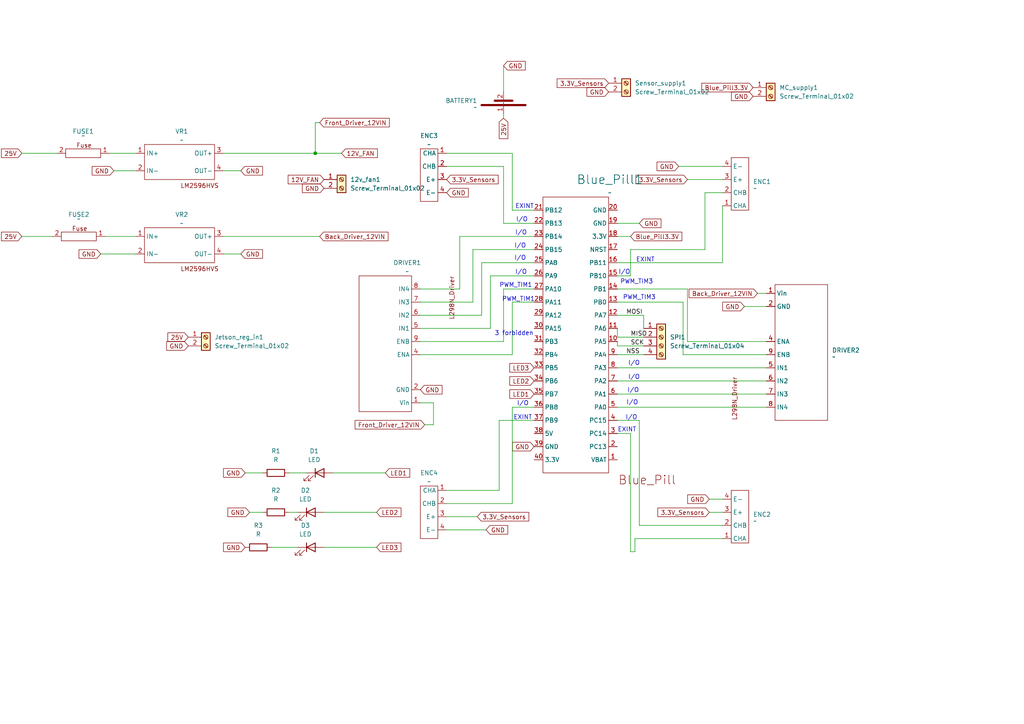
<source format=kicad_sch>
(kicad_sch (version 20231120) (generator "eeschema") (generator_version "8.0")
  (paper "A4")
  (lib_symbols
    (symbol "Connector:Screw_Terminal_01x02" (pin_names (offset 1.016) hide)
      (property "Reference" "J" (at 0 2.54 0))
      (property "Value" "Screw_Terminal_01x02" (at 0 -5.08 0))
      (symbol "Screw_Terminal_01x02_1_1"
        (rectangle (start -1.27 1.27) (end 1.27 -3.81) (stroke (width 0.254)) (fill (type background)))
        (circle (center 0 -2.54) (radius 0.635) (stroke (width 0.1524)))
        (polyline (pts (xy -0.5334 -2.2098) (xy 0.3302 -3.048)) (stroke (width 0.1524)))
        (polyline (pts (xy -0.5334 0.3302) (xy 0.3302 -0.508)) (stroke (width 0.1524)))
        (polyline (pts (xy -0.3556 -2.032) (xy 0.508 -2.8702)) (stroke (width 0.1524)))
        (polyline (pts (xy -0.3556 0.508) (xy 0.508 -0.3302)) (stroke (width 0.1524)))
        (circle (center 0 0) (radius 0.635) (stroke (width 0.1524)))
        (pin passive line (at -5.08 0 0) (length 3.81) (name "Pin_1") (number "1"))
        (pin passive line (at -5.08 -2.54 0) (length 3.81) (name "Pin_2") (number "2"))
      )
    )
    (symbol "Connector:Screw_Terminal_01x04" (pin_names (offset 1.016) hide)
      (property "Reference" "J" (at 0 5.08 0))
      (property "Value" "Screw_Terminal_01x04" (at 0 -7.62 0))
      (symbol "Screw_Terminal_01x04_1_1"
        (rectangle (start -1.27 3.81) (end 1.27 -6.35) (stroke (width 0.254)) (fill (type background)))
        (circle (center 0 -5.08) (radius 0.635) (stroke (width 0.1524)))
        (circle (center 0 -2.54) (radius 0.635) (stroke (width 0.1524)))
        (polyline (pts (xy -0.5334 -4.7498) (xy 0.3302 -5.588)) (stroke (width 0.1524)))
        (polyline (pts (xy -0.5334 -2.2098) (xy 0.3302 -3.048)) (stroke (width 0.1524)))
        (polyline (pts (xy -0.5334 0.3302) (xy 0.3302 -0.508)) (stroke (width 0.1524)))
        (polyline (pts (xy -0.5334 2.8702) (xy 0.3302 2.032)) (stroke (width 0.1524)))
        (polyline (pts (xy -0.3556 -4.572) (xy 0.508 -5.4102)) (stroke (width 0.1524)))
        (polyline (pts (xy -0.3556 -2.032) (xy 0.508 -2.8702)) (stroke (width 0.1524)))
        (polyline (pts (xy -0.3556 0.508) (xy 0.508 -0.3302)) (stroke (width 0.1524)))
        (polyline (pts (xy -0.3556 3.048) (xy 0.508 2.2098)) (stroke (width 0.1524)))
        (circle (center 0 0) (radius 0.635) (stroke (width 0.1524)))
        (circle (center 0 2.54) (radius 0.635) (stroke (width 0.1524)))
        (pin passive line (at -5.08 2.54 0) (length 3.81) (name "Pin_1") (number "1"))
        (pin passive line (at -5.08 0 0) (length 3.81) (name "Pin_2") (number "2"))
        (pin passive line (at -5.08 -2.54 0) (length 3.81) (name "Pin_3") (number "3"))
        (pin passive line (at -5.08 -5.08 0) (length 3.81) (name "Pin_4") (number "4"))
      )
    )
    (symbol "Device:LED" (pin_numbers hide) (pin_names (offset 1.016) hide)
      (property "Reference" "D" (at 0 2.54 0))
      (property "Value" "LED" (at 0 -2.54 0))
      (symbol "LED_0_1"
        (polyline (pts (xy -1.27 -1.27) (xy -1.27 1.27)) (stroke (width 0.254)))
        (polyline (pts (xy -1.27 0) (xy 1.27 0)))
        (polyline (pts (xy 1.27 -1.27) (xy 1.27 1.27) (xy -1.27 0) (xy 1.27 -1.27)) (stroke (width 0.254)))
        (polyline (pts (xy -3.048 -0.762) (xy -4.572 -2.286) (xy -3.81 -2.286) (xy -4.572 -2.286) (xy -4.572 -1.524)))
        (polyline (pts (xy -1.778 -0.762) (xy -3.302 -2.286) (xy -2.54 -2.286) (xy -3.302 -2.286) (xy -3.302 -1.524)))
      )
      (symbol "LED_1_1"
        (pin passive line (at -3.81 0 0) (length 2.54) (name "K") (number "1"))
        (pin passive line (at 3.81 0 180) (length 2.54) (name "A") (number "2"))
      )
    )
    (symbol "Device:R" (pin_numbers hide) (pin_names (offset 0))
      (property "Reference" "R" (at 2.032 0 90))
      (property "Value" "R" (at 0 0 90))
      (symbol "R_0_1"
        (rectangle (start -1.016 -2.54) (end 1.016 2.54) (stroke (width 0.254)))
      )
      (symbol "R_1_1"
        (pin passive line (at 0 3.81 270) (length 1.27) (name "~") (number "1"))
        (pin passive line (at 0 -3.81 90) (length 1.27) (name "~") (number "2"))
      )
    )
    (symbol "M4_library:Battery"
      (property "Reference" "U" (at -2.286 3.556 0))
      (symbol "Battery_1_1"
        (polyline (pts (xy -6.35 1.27) (xy 6.35 1.27)) (stroke (width 0.635)))
        (polyline (pts (xy 2.54 0) (xy -2.54 0)) (stroke (width 0.635)))
        (pin output line (at 0 3.81 270) (length 2.54) (name "VDD") (number "1"))
        (pin output line (at 0 -2.54 90) (length 2.54) (name "GND") (number "2"))
      )
    )
    (symbol "M4_library:Blue_Pill"
      (property "Reference" "IC" (at -32.258 61.976 0))
      (symbol "Blue_Pill_0_1"
        (rectangle (start -6.35 53.34) (end 12.7 -26.67))
      )
      (symbol "Blue_Pill_1_1"
        (text "Blue_Pill\n" (at 23.876 -28.702 0) (effects (font (size 2.54 2.54))))
        (pin output line (at 15.24 -22.86 180) (length 2.54) (name "VBAT") (number "1"))
        (pin output line (at 15.24 11.43 180) (length 2.54) (name "PA5") (number "10"))
        (pin output line (at 15.24 15.24 180) (length 2.54) (name "PA6") (number "11"))
        (pin output line (at 15.24 19.05 180) (length 2.54) (name "PA7") (number "12"))
        (pin output line (at 15.24 22.86 180) (length 2.54) (name "PB0") (number "13"))
        (pin output line (at 15.24 26.67 180) (length 2.54) (name "PB1") (number "14"))
        (pin output line (at 15.24 30.48 180) (length 2.54) (name "PB10") (number "15"))
        (pin output line (at 15.24 34.29 180) (length 2.54) (name "PB11") (number "16"))
        (pin output line (at 15.24 38.1 180) (length 2.54) (name "NRST") (number "17"))
        (pin input line (at 15.24 41.91 180) (length 2.54) (name "3.3V") (number "18"))
        (pin input line (at 15.24 45.72 180) (length 2.54) (name "GND") (number "19"))
        (pin output line (at 15.24 -19.05 180) (length 2.54) (name "PC13") (number "2"))
        (pin input line (at 15.24 49.53 180) (length 2.54) (name "GND") (number "20"))
        (pin output line (at -8.89 49.53 0) (length 2.54) (name "PB12") (number "21"))
        (pin output line (at -8.89 45.72 0) (length 2.54) (name "PB13") (number "22"))
        (pin output line (at -8.89 41.91 0) (length 2.54) (name "PB14") (number "23"))
        (pin output line (at -8.89 38.1 0) (length 2.54) (name "PB15") (number "24"))
        (pin output line (at -8.89 34.29 0) (length 2.54) (name "PA8") (number "25"))
        (pin output line (at -8.89 30.48 0) (length 2.54) (name "PA9") (number "26"))
        (pin output line (at -8.89 26.67 0) (length 2.54) (name "PA10") (number "27"))
        (pin output line (at -8.89 22.86 0) (length 2.54) (name "PA11") (number "28"))
        (pin output line (at -8.89 19.05 0) (length 2.54) (name "PA12") (number "29"))
        (pin output line (at 15.24 -15.24 180) (length 2.54) (name "PC14") (number "3"))
        (pin output line (at -8.89 15.24 0) (length 2.54) (name "PA15") (number "30"))
        (pin output line (at -8.89 11.43 0) (length 2.54) (name "PB3") (number "31"))
        (pin output line (at -8.89 7.62 0) (length 2.54) (name "PB4") (number "32"))
        (pin output line (at -8.89 3.81 0) (length 2.54) (name "PB5") (number "33"))
        (pin output line (at -8.89 0 0) (length 2.54) (name "PB6") (number "34"))
        (pin output line (at -8.89 -3.81 0) (length 2.54) (name "PB7") (number "35"))
        (pin output line (at -8.89 -7.62 0) (length 2.54) (name "PB8") (number "36"))
        (pin output line (at -8.89 -11.43 0) (length 2.54) (name "PB9") (number "37"))
        (pin input line (at -8.89 -15.24 0) (length 2.54) (name "5V") (number "38"))
        (pin input line (at -8.89 -19.05 0) (length 2.54) (name "GND") (number "39"))
        (pin output line (at 15.24 -11.43 180) (length 2.54) (name "PC15") (number "4"))
        (pin input line (at -8.89 -22.86 0) (length 2.54) (name "3.3V") (number "40"))
        (pin output line (at 15.24 -7.62 180) (length 2.54) (name "PA0") (number "5"))
        (pin output line (at 15.24 -3.81 180) (length 2.54) (name "PA1") (number "6"))
        (pin output line (at 15.24 0 180) (length 2.54) (name "PA2") (number "7"))
        (pin output line (at 15.24 3.81 180) (length 2.54) (name "PA3") (number "8"))
        (pin output line (at 15.24 7.62 180) (length 2.54) (name "PA4") (number "9"))
      )
    )
    (symbol "M4_library:Encoder"
      (property "Reference" "M" (at -20.066 5.842 0))
      (symbol "Encoder_0_1"
        (rectangle (start -3.81 -1.27) (end 1.27 -16.51))
      )
      (symbol "Encoder_1_1"
        (pin input line (at 3.81 -2.54 180) (length 2.54) (name "CHA") (number "1"))
        (pin input line (at 3.81 -6.35 180) (length 2.54) (name "CHB") (number "2"))
        (pin input line (at 3.81 -10.16 180) (length 2.54) (name "E+") (number "3"))
        (pin input line (at 3.81 -13.97 180) (length 2.54) (name "E-") (number "4"))
      )
    )
    (symbol "M4_library:L298N_DRIVER"
      (property "Reference" "IC" (at -19.304 11.43 0))
      (symbol "L298N_DRIVER_0_1"
        (rectangle (start -20.32 10.16) (end 19.05 -5.08))
      )
      (symbol "L298N_DRIVER_1_1"
        (text "L298N_Driver\n" (at 12.7 -16.764 0) (effects (font (size 1.27 1.27))))
        (pin input line (at -17.78 -7.62 90) (length 2.54) (name "Vin") (number "1"))
        (pin input line (at -13.97 -7.62 90) (length 2.54) (name "GND") (number "2"))
        (pin output line (at -3.81 -7.62 90) (length 2.54) (name "ENA") (number "4"))
        (pin output line (at 3.81 -7.62 90) (length 2.54) (name "IN1") (number "5"))
        (pin output line (at 7.62 -7.62 90) (length 2.54) (name "IN2") (number "6"))
        (pin output line (at 11.43 -7.62 90) (length 2.54) (name "IN3") (number "7"))
        (pin output line (at 15.24 -7.62 90) (length 2.54) (name "IN4") (number "8"))
        (pin output line (at 0 -7.62 90) (length 2.54) (name "ENB") (number "9"))
      )
    )
    (symbol "M4_library:LM2596HVS"
      (property "Reference" "VR" (at -9.652 7.366 0))
      (symbol "LM2596HVS_0_1"
        (rectangle (start -10.16 5.08) (end 10.16 -5.08))
      )
      (symbol "LM2596HVS_1_1"
        (text "LM2596HVS\n" (at 5.842 -6.858 0) (effects (font (size 1.27 1.27))))
        (pin input line (at -12.7 2.54 0) (length 2.54) (name "IN+") (number "1"))
        (pin input line (at -12.7 -2.54 0) (length 2.54) (name "IN-") (number "2"))
        (pin output line (at 12.7 2.54 180) (length 2.54) (name "OUT+") (number "3"))
        (pin output line (at 12.7 -2.54 180) (length 2.54) (name "OUT-") (number "4"))
      )
    )
    (symbol "M4_library:fuse_holder"
      (property "Reference" "U" (at -4.572 2.032 0))
      (symbol "fuse_holder_0_1"
        (rectangle (start -5.08 1.27) (end 5.08 -1.27))
      )
      (symbol "fuse_holder_1_1"
        (text "Fuse" (at 0.254 2.286 0) (effects (font (size 1.27 1.27))))
        (pin input line (at 7.62 0 180) (length 2.54) (name "") (number "1"))
        (pin output line (at -7.62 0 0) (length 2.54) (name "") (number "2"))
      )
    )
  )
  (junction (at 91.44 44.45))
  (wire (pts (xy 92.71 35.56) (xy 91.44 35.56)))
  (wire (pts (xy 144.78 121.92) (xy 154.94 121.92)))
  (wire (pts (xy 182.88 72.39) (xy 182.88 80.01)))
  (wire (pts (xy 64.77 68.58) (xy 92.71 68.58)))
  (wire (pts (xy 129.54 149.86) (xy 138.43 149.86)))
  (wire (pts (xy 199.39 52.07) (xy 209.55 52.07)))
  (wire (pts (xy 148.59 118.11) (xy 148.59 146.05)))
  (wire (pts (xy 64.77 44.45) (xy 91.44 44.45)))
  (wire (pts (xy 31.75 44.45) (xy 39.37 44.45)))
  (wire (pts (xy 133.35 68.58) (xy 154.94 68.58)))
  (wire (pts (xy 209.55 59.69) (xy 209.55 76.2)))
  (wire (pts (xy 186.69 100.33) (xy 179.07 100.33)))
  (wire (pts (xy 146.05 33.02) (xy 146.05 34.29)))
  (wire (pts (xy 96.52 137.16) (xy 111.76 137.16)))
  (wire (pts (xy 91.44 44.45) (xy 99.06 44.45)))
  (wire (pts (xy 198.12 102.87) (xy 222.25 102.87)))
  (wire (pts (xy 33.02 49.53) (xy 39.37 49.53)))
  (wire (pts (xy 142.24 80.01) (xy 154.94 80.01)))
  (wire (pts (xy 179.07 68.58) (xy 182.88 68.58)))
  (wire (pts (xy 199.39 99.06) (xy 199.39 83.82)))
  (wire (pts (xy 144.78 121.92) (xy 144.78 142.24)))
  (wire (pts (xy 121.92 87.63) (xy 137.16 87.63)))
  (wire (pts (xy 29.21 73.66) (xy 39.37 73.66)))
  (wire (pts (xy 137.16 87.63) (xy 137.16 72.39)))
  (wire (pts (xy 129.54 146.05) (xy 148.59 146.05)))
  (wire (pts (xy 198.12 87.63) (xy 179.07 87.63)))
  (wire (pts (xy 148.59 87.63) (xy 148.59 102.87)))
  (wire (pts (xy 125.73 116.84) (xy 121.92 116.84)))
  (wire (pts (xy 83.82 148.59) (xy 86.36 148.59)))
  (wire (pts (xy 146.05 48.26) (xy 146.05 64.77)))
  (wire (pts (xy 182.88 125.73) (xy 182.88 160.02)))
  (wire (pts (xy 139.7 91.44) (xy 139.7 76.2)))
  (wire (pts (xy 129.54 44.45) (xy 148.59 44.45)))
  (wire (pts (xy 185.42 121.92) (xy 179.07 121.92)))
  (wire (pts (xy 6.35 44.45) (xy 16.51 44.45)))
  (wire (pts (xy 72.39 148.59) (xy 76.2 148.59)))
  (wire (pts (xy 205.74 148.59) (xy 209.55 148.59)))
  (wire (pts (xy 91.44 35.56) (xy 91.44 44.45)))
  (wire (pts (xy 71.12 137.16) (xy 76.2 137.16)))
  (wire (pts (xy 148.59 44.45) (xy 148.59 60.96)))
  (wire (pts (xy 184.15 160.02) (xy 182.88 160.02)))
  (wire (pts (xy 209.55 55.88) (xy 204.47 55.88)))
  (wire (pts (xy 179.07 118.11) (xy 222.25 118.11)))
  (wire (pts (xy 93.98 158.75) (xy 109.22 158.75)))
  (wire (pts (xy 78.74 158.75) (xy 86.36 158.75)))
  (wire (pts (xy 146.05 83.82) (xy 154.94 83.82)))
  (wire (pts (xy 179.07 97.79) (xy 179.07 95.25)))
  (wire (pts (xy 196.85 48.26) (xy 209.55 48.26)))
  (wire (pts (xy 182.88 80.01) (xy 179.07 80.01)))
  (wire (pts (xy 146.05 64.77) (xy 154.94 64.77)))
  (wire (pts (xy 184.15 156.21) (xy 209.55 156.21)))
  (wire (pts (xy 121.92 99.06) (xy 146.05 99.06)))
  (wire (pts (xy 186.69 95.25) (xy 186.69 91.44)))
  (wire (pts (xy 199.39 99.06) (xy 222.25 99.06)))
  (wire (pts (xy 179.07 100.33) (xy 179.07 99.06)))
  (wire (pts (xy 179.07 110.49) (xy 222.25 110.49)))
  (wire (pts (xy 146.05 99.06) (xy 146.05 83.82)))
  (wire (pts (xy 219.71 85.09) (xy 222.25 85.09)))
  (wire (pts (xy 179.07 114.3) (xy 222.25 114.3)))
  (wire (pts (xy 148.59 87.63) (xy 154.94 87.63)))
  (wire (pts (xy 129.54 48.26) (xy 146.05 48.26)))
  (wire (pts (xy 93.98 148.59) (xy 109.22 148.59)))
  (wire (pts (xy 182.88 72.39) (xy 204.47 72.39)))
  (wire (pts (xy 125.73 123.19) (xy 125.73 116.84)))
  (wire (pts (xy 185.42 121.92) (xy 185.42 152.4)))
  (wire (pts (xy 129.54 142.24) (xy 144.78 142.24)))
  (wire (pts (xy 204.47 55.88) (xy 204.47 72.39)))
  (wire (pts (xy 139.7 76.2) (xy 154.94 76.2)))
  (wire (pts (xy 179.07 125.73) (xy 182.88 125.73)))
  (wire (pts (xy 64.77 73.66) (xy 69.85 73.66)))
  (wire (pts (xy 137.16 72.39) (xy 154.94 72.39)))
  (wire (pts (xy 121.92 83.82) (xy 133.35 83.82)))
  (wire (pts (xy 121.92 91.44) (xy 139.7 91.44)))
  (wire (pts (xy 64.77 49.53) (xy 69.85 49.53)))
  (wire (pts (xy 179.07 102.87) (xy 186.69 102.87)))
  (wire (pts (xy 148.59 102.87) (xy 121.92 102.87)))
  (wire (pts (xy 179.07 76.2) (xy 209.55 76.2)))
  (wire (pts (xy 215.9 88.9) (xy 222.25 88.9)))
  (wire (pts (xy 199.39 83.82) (xy 179.07 83.82)))
  (wire (pts (xy 179.07 64.77) (xy 185.42 64.77)))
  (wire (pts (xy 121.92 95.25) (xy 142.24 95.25)))
  (wire (pts (xy 125.73 123.19) (xy 123.19 123.19)))
  (wire (pts (xy 148.59 118.11) (xy 154.94 118.11)))
  (wire (pts (xy 184.15 160.02) (xy 184.15 156.21)))
  (wire (pts (xy 129.54 153.67) (xy 140.97 153.67)))
  (wire (pts (xy 142.24 95.25) (xy 142.24 80.01)))
  (wire (pts (xy 83.82 137.16) (xy 88.9 137.16)))
  (wire (pts (xy 209.55 152.4) (xy 185.42 152.4)))
  (wire (pts (xy 6.35 68.58) (xy 15.24 68.58)))
  (wire (pts (xy 186.69 97.79) (xy 179.07 97.79)))
  (wire (pts (xy 30.48 68.58) (xy 39.37 68.58)))
  (wire (pts (xy 148.59 60.96) (xy 154.94 60.96)))
  (wire (pts (xy 179.07 106.68) (xy 222.25 106.68)))
  (wire (pts (xy 146.05 19.05) (xy 146.05 26.67)))
  (wire (pts (xy 205.74 144.78) (xy 209.55 144.78)))
  (wire (pts (xy 133.35 83.82) (xy 133.35 68.58)))
  (wire (pts (xy 179.07 91.44) (xy 186.69 91.44)))
  (wire (pts (xy 198.12 102.87) (xy 198.12 87.63)))
  (text "I/O" (at 151.384 63.754 0) (effects (font (size 1.27 1.27))))
  (text "I/O" (at 183.896 109.474 0) (effects (font (size 1.27 1.27))))
  (text "EXINT" (at 181.864 124.714 0) (effects (font (size 1.27 1.27))))
  (text "3 forbidden" (at 149.098 96.774 0) (effects (font (size 1.27 1.27))))
  (text "I/O" (at 151.638 117.094 0) (effects (font (size 1.27 1.27))))
  (text "I/O" (at 151.13 67.564 0) (effects (font (size 1.27 1.27))))
  (text "PWM_TIM3\n\n" (at 185.42 87.376 0) (effects (font (size 1.27 1.27))))
  (text "PWM_TIM3\n" (at 184.658 81.788 0) (effects (font (size 1.27 1.27))))
  (text "I/O" (at 151.13 78.994 0) (effects (font (size 1.27 1.27))))
  (text "EXINT" (at 187.198 75.438 0) (effects (font (size 1.27 1.27))))
  (text "I/O" (at 183.134 121.158 0) (effects (font (size 1.27 1.27))))
  (text "EXINT" (at 152.146 59.944 0) (effects (font (size 1.27 1.27))))
  (text "I/O" (at 183.388 116.84 0) (effects (font (size 1.27 1.27))))
  (text "I/O" (at 181.102 78.994 0) (effects (font (size 1.27 1.27))))
  (text "I/O" (at 150.876 71.374 0) (effects (font (size 1.27 1.27))))
  (text "EXINT" (at 151.638 121.158 0) (effects (font (size 1.27 1.27))))
  (text "PWM_TIM1\n\n" (at 149.606 83.82 0) (effects (font (size 1.27 1.27))))
  (text "PWM_TIM1\n\n" (at 150.368 87.884 0) (effects (font (size 1.27 1.27))))
  (text "I/O" (at 183.896 105.41 0) (effects (font (size 1.27 1.27))))
  (text "I/O" (at 150.876 74.93 0) (effects (font (size 1.27 1.27))))
  (text "I/O" (at 183.642 113.284 0) (effects (font (size 1.27 1.27))))
  (label "MISO" (at 182.88 97.79 0))
  (label "SCK" (at 182.88 100.33 0))
  (label "MOSI" (at 181.61 91.44 0))
  (label "NSS" (at 181.61 102.87 0))
  (global_label "GND" (shape input) (at 69.85 73.66 0) (property "Intersheetrefs" "${INTERSHEET_REFS}" (effects (hide yes))))
  (global_label "Front_Driver_12VIN" (shape input) (at 92.71 35.56 0) (property "Intersheetrefs" "${INTERSHEET_REFS}" (effects (hide yes))))
  (global_label "GND" (shape input) (at 93.98 54.61 180) (property "Intersheetrefs" "${INTERSHEET_REFS}" (effects (hide yes))))
  (global_label "Back_Driver_12VIN" (shape input) (at 219.71 85.09 180) (property "Intersheetrefs" "${INTERSHEET_REFS}" (effects (hide yes))))
  (global_label "GND" (shape input) (at 71.12 137.16 180) (property "Intersheetrefs" "${INTERSHEET_REFS}" (effects (hide yes))))
  (global_label "3.3V_Sensors" (shape input) (at 138.43 149.86 0) (property "Intersheetrefs" "${INTERSHEET_REFS}" (effects (hide yes))))
  (global_label "GND" (shape input) (at 129.54 55.88 0) (property "Intersheetrefs" "${INTERSHEET_REFS}" (effects (hide yes))))
  (global_label "GND" (shape input) (at 72.39 148.59 180) (property "Intersheetrefs" "${INTERSHEET_REFS}" (effects (hide yes))))
  (global_label "LED2" (shape input) (at 154.94 110.49 180) (property "Intersheetrefs" "${INTERSHEET_REFS}" (effects (hide yes))))
  (global_label "GND" (shape input) (at 33.02 49.53 180) (property "Intersheetrefs" "${INTERSHEET_REFS}" (effects (hide yes))))
  (global_label "GND" (shape input) (at 218.44 27.94 180) (property "Intersheetrefs" "${INTERSHEET_REFS}" (effects (hide yes))))
  (global_label "GND" (shape input) (at 69.85 49.53 0) (property "Intersheetrefs" "${INTERSHEET_REFS}" (effects (hide yes))))
  (global_label "GND" (shape input) (at 140.97 153.67 0) (property "Intersheetrefs" "${INTERSHEET_REFS}" (effects (hide yes))))
  (global_label "12V_FAN" (shape input) (at 99.06 44.45 0) (property "Intersheetrefs" "${INTERSHEET_REFS}" (effects (hide yes))))
  (global_label "Back_Driver_12VIN" (shape input) (at 92.71 68.58 0) (property "Intersheetrefs" "${INTERSHEET_REFS}" (effects (hide yes))))
  (global_label "GND" (shape input) (at 146.05 19.05 0) (property "Intersheetrefs" "${INTERSHEET_REFS}" (effects (hide yes))))
  (global_label "LED3" (shape input) (at 154.94 106.68 180) (property "Intersheetrefs" "${INTERSHEET_REFS}" (effects (hide yes))))
  (global_label "25V" (shape input) (at 6.35 68.58 180) (property "Intersheetrefs" "${INTERSHEET_REFS}" (effects (hide yes))))
  (global_label "3.3V_Sensors" (shape input) (at 129.54 52.07 0) (property "Intersheetrefs" "${INTERSHEET_REFS}" (effects (hide yes))))
  (global_label "GND" (shape input) (at 215.9 88.9 180) (property "Intersheetrefs" "${INTERSHEET_REFS}" (effects (hide yes))))
  (global_label "GND" (shape input) (at 154.94 129.54 180) (property "Intersheetrefs" "${INTERSHEET_REFS}" (effects (hide yes))))
  (global_label "25V" (shape input) (at 6.35 44.45 180) (property "Intersheetrefs" "${INTERSHEET_REFS}" (effects (hide yes))))
  (global_label "Blue_Pill3.3V" (shape input) (at 218.44 25.4 180) (property "Intersheetrefs" "${INTERSHEET_REFS}" (effects (hide yes))))
  (global_label "25V" (shape input) (at 146.05 34.29 270) (property "Intersheetrefs" "${INTERSHEET_REFS}" (effects (hide yes))))
  (global_label "3.3V_Sensors" (shape input) (at 199.39 52.07 180) (property "Intersheetrefs" "${INTERSHEET_REFS}" (effects (hide yes))))
  (global_label "LED1" (shape input) (at 154.94 114.3 180) (property "Intersheetrefs" "${INTERSHEET_REFS}" (effects (hide yes))))
  (global_label "Front_Driver_12VIN" (shape input) (at 123.19 123.19 180) (property "Intersheetrefs" "${INTERSHEET_REFS}" (effects (hide yes))))
  (global_label "GND" (shape input) (at 29.21 73.66 180) (property "Intersheetrefs" "${INTERSHEET_REFS}" (effects (hide yes))))
  (global_label "GND" (shape input) (at 205.74 144.78 180) (property "Intersheetrefs" "${INTERSHEET_REFS}" (effects (hide yes))))
  (global_label "3.3V_Sensors" (shape input) (at 205.74 148.59 180) (property "Intersheetrefs" "${INTERSHEET_REFS}" (effects (hide yes))))
  (global_label "GND" (shape input) (at 121.92 113.03 0) (property "Intersheetrefs" "${INTERSHEET_REFS}" (effects (hide yes))))
  (global_label "GND" (shape input) (at 54.61 100.33 180) (property "Intersheetrefs" "${INTERSHEET_REFS}" (effects (hide yes))))
  (global_label "Blue_Pill3.3V" (shape input) (at 182.88 68.58 0) (property "Intersheetrefs" "${INTERSHEET_REFS}" (effects (hide yes))))
  (global_label "GND" (shape input) (at 185.42 64.77 0) (property "Intersheetrefs" "${INTERSHEET_REFS}" (effects (hide yes))))
  (global_label "LED3" (shape input) (at 109.22 158.75 0) (property "Intersheetrefs" "${INTERSHEET_REFS}" (effects (hide yes))))
  (global_label "GND" (shape input) (at 176.53 26.67 180) (property "Intersheetrefs" "${INTERSHEET_REFS}" (effects (hide yes))))
  (global_label "LED2" (shape input) (at 109.22 148.59 0) (property "Intersheetrefs" "${INTERSHEET_REFS}" (effects (hide yes))))
  (global_label "GND" (shape input) (at 196.85 48.26 180) (property "Intersheetrefs" "${INTERSHEET_REFS}" (effects (hide yes))))
  (global_label "3.3V_Sensors" (shape input) (at 176.53 24.13 180) (property "Intersheetrefs" "${INTERSHEET_REFS}" (effects (hide yes))))
  (global_label "25V" (shape input) (at 54.61 97.79 180) (property "Intersheetrefs" "${INTERSHEET_REFS}" (effects (hide yes))))
  (global_label "12V_FAN" (shape input) (at 93.98 52.07 180) (property "Intersheetrefs" "${INTERSHEET_REFS}" (effects (hide yes))))
  (global_label "LED1" (shape input) (at 111.76 137.16 0) (property "Intersheetrefs" "${INTERSHEET_REFS}" (effects (hide yes))))
  (global_label "GND" (shape input) (at 71.12 158.75 180) (property "Intersheetrefs" "${INTERSHEET_REFS}" (effects (hide yes))))
  (symbol (lib_id "Connector:Screw_Terminal_01x02") (at 223.52 25.4 0) (unit 1)
    (property "Reference" "MC_supply1" (at 226.06 25.3999 0) (effects (justify left)))
    (property "Value" "Screw_Terminal_01x02" (at 226.06 27.9399 0) (effects (justify left)))
    (property "Footprint" "Connector_PinHeader_2.54mm:PinHeader_1x02_P2.54mm_Vertical" (effects (hide yes)))
    (property "Description" "Generic screw terminal, single row, 01x02, script generated (kicad-library-utils/schlib/autogen/connector/)" (effects (hide yes)))
  )
  (symbol (lib_id "Device:R") (at 80.01 137.16 90) (unit 1)
    (property "Reference" "R1" (at 80.01 130.81 90))
    (property "Value" "R" (at 80.01 133.35 90))
    (property "Footprint" "Resistor_THT:R_Axial_DIN0204_L3.6mm_D1.6mm_P2.54mm_Vertical" (effects (hide yes)))
    (property "Description" "Resistor" (effects (hide yes)))
  )
  (symbol (lib_id "Connector:Screw_Terminal_01x02") (at 99.06 52.07 0) (unit 1)
    (property "Reference" "12v_fan1" (at 101.6 52.0699 0) (effects (justify left)))
    (property "Value" "Screw_Terminal_01x02" (at 101.6 54.6099 0) (effects (justify left)))
    (property "Footprint" "TerminalBlock:TerminalBlock_bornier-2_P5.08mm" (effects (hide yes)))
    (property "Description" "Generic screw terminal, single row, 01x02, script generated (kicad-library-utils/schlib/autogen/connector/)" (effects (hide yes)))
  )
  (symbol (lib_id "Device:LED") (at 92.71 137.16 0) (unit 1)
    (property "Reference" "D1" (at 91.1225 130.81 0))
    (property "Value" "LED" (at 91.1225 133.35 0))
    (property "Footprint" "LED_THT:LED_D3.0mm" (effects (hide yes)))
    (property "Description" "Light emitting diode" (effects (hide yes)))
  )
  (symbol (lib_id "M4_library:Encoder") (at 213.36 158.75 180) (unit 1)
    (property "Reference" "ENC2" (at 218.44 149.2249 0) (effects (justify right)))
    (property "Value" "~" (at 218.44 151.13 0) (effects (justify right)))
    (property "Footprint" "M4_PCB:Encoder" (effects (hide yes)))
  )
  (symbol (lib_id "M4_library:Encoder") (at 213.36 62.23 180) (unit 1)
    (property "Reference" "ENC1" (at 218.44 52.7049 0) (effects (justify right)))
    (property "Value" "~" (at 218.44 54.61 0) (effects (justify right)))
    (property "Footprint" "M4_PCB:Encoder" (effects (hide yes)))
  )
  (symbol (lib_id "Connector:Screw_Terminal_01x04") (at 191.77 97.79 0) (unit 1)
    (property "Reference" "SPI1" (at 194.31 97.7899 0) (effects (justify left)))
    (property "Value" "Screw_Terminal_01x04" (at 194.31 100.3299 0) (effects (justify left)))
    (property "Footprint" "Connector_PinHeader_2.54mm:PinHeader_1x04_P2.54mm_Vertical" (effects (hide yes)))
    (property "Description" "Generic screw terminal, single row, 01x04, script generated (kicad-library-utils/schlib/autogen/connector/)" (effects (hide yes)))
  )
  (symbol (lib_id "Connector:Screw_Terminal_01x02") (at 181.61 24.13 0) (unit 1)
    (property "Reference" "Sensor_supply1" (at 184.15 24.1299 0) (effects (justify left)))
    (property "Value" "Screw_Terminal_01x02" (at 184.15 26.6699 0) (effects (justify left)))
    (property "Footprint" "Connector_PinHeader_2.54mm:PinHeader_1x02_P2.54mm_Vertical" (effects (hide yes)))
    (property "Description" "Generic screw terminal, single row, 01x02, script generated (kicad-library-utils/schlib/autogen/connector/)" (effects (hide yes)))
  )
  (symbol (lib_id "Device:LED") (at 90.17 158.75 0) (unit 1)
    (property "Reference" "D3" (at 88.5825 152.4 0))
    (property "Value" "LED" (at 88.5825 154.94 0))
    (property "Footprint" "LED_THT:LED_D3.0mm" (effects (hide yes)))
    (property "Description" "Light emitting diode" (effects (hide yes)))
  )
  (symbol (lib_id "M4_library:L298N_DRIVER") (at 229.87 102.87 270) (unit 1)
    (property "Reference" "DRIVER2" (at 241.3 101.5999 90) (effects (justify left)))
    (property "Value" "~" (at 241.3 103.505 90) (effects (justify left)))
    (property "Footprint" "M4_PCB:L298N" (effects (hide yes)))
  )
  (symbol (lib_id "Device:R") (at 74.93 158.75 90) (unit 1)
    (property "Reference" "R3" (at 74.93 152.4 90))
    (property "Value" "R" (at 74.93 154.94 90))
    (property "Footprint" "Resistor_THT:R_Axial_DIN0204_L3.6mm_D1.6mm_P2.54mm_Vertical" (effects (hide yes)))
    (property "Description" "Resistor" (effects (hide yes)))
  )
  (symbol (lib_id "Device:R") (at 80.01 148.59 90) (unit 1)
    (property "Reference" "R2" (at 80.01 142.24 90))
    (property "Value" "R" (at 80.01 144.78 90))
    (property "Footprint" "Resistor_THT:R_Axial_DIN0204_L3.6mm_D1.6mm_P2.54mm_Vertical" (effects (hide yes)))
    (property "Description" "Resistor" (effects (hide yes)))
  )
  (symbol (lib_id "Connector:Screw_Terminal_01x02") (at 59.69 97.79 0) (unit 1)
    (property "Reference" "Jetson_reg_in1" (at 62.23 97.7899 0) (effects (justify left)))
    (property "Value" "Screw_Terminal_01x02" (at 62.23 100.3299 0) (effects (justify left)))
    (property "Footprint" "Connector_PinHeader_2.54mm:PinHeader_1x02_P2.54mm_Vertical" (effects (hide yes)))
    (property "Description" "Generic screw terminal, single row, 01x02, script generated (kicad-library-utils/schlib/autogen/connector/)" (effects (hide yes)))
  )
  (symbol (lib_id "M4_library:L298N_DRIVER") (at 114.3 99.06 90) (unit 1)
    (property "Reference" "DRIVER1" (at 118.1128 76.2 90))
    (property "Value" "~" (at 118.1128 78.74 90))
    (property "Footprint" "M4_PCB:L298N" (effects (hide yes)))
  )
  (symbol (lib_id "M4_library:fuse_holder") (at 22.86 68.58 0) (unit 1)
    (property "Reference" "FUSE2" (at 22.86 62.23 0))
    (property "Value" "~" (at 22.86 63.5 0))
    (property "Footprint" "M4_PCB:Fuse_Holder" (effects (hide yes)))
  )
  (symbol (lib_id "M4_library:LM2596HVS") (at 52.07 46.99 0) (unit 1)
    (property "Reference" "VR1" (at 52.7031 38.1 0))
    (property "Value" "~" (at 52.7031 40.64 0))
    (property "Footprint" "M4_PCB:LM2596HVS" (effects (hide yes)))
  )
  (symbol (lib_id "M4_library:LM2596HVS") (at 52.07 71.12 0) (unit 1)
    (property "Reference" "VR2" (at 52.7031 62.23 0))
    (property "Value" "~" (at 52.7031 64.77 0))
    (property "Footprint" "M4_PCB:LM2596HVS" (effects (hide yes)))
  )
  (symbol (lib_id "Device:LED") (at 90.17 148.59 0) (unit 1)
    (property "Reference" "D2" (at 88.5825 142.24 0))
    (property "Value" "LED" (at 88.5825 144.78 0))
    (property "Footprint" "LED_THT:LED_D3.0mm" (effects (hide yes)))
    (property "Description" "Light emitting diode" (effects (hide yes)))
  )
  (symbol (lib_id "M4_library:Encoder") (at 125.73 41.91 0) (unit 1)
    (property "Reference" "ENC3" (at 124.46 39.37 0))
    (property "Value" "~" (at 124.46 41.91 0))
    (property "Footprint" "M4_PCB:Encoder" (effects (hide yes)))
  )
  (symbol (lib_id "M4_library:Encoder") (at 125.73 139.7 0) (unit 1)
    (property "Reference" "ENC4" (at 124.46 137.16 0))
    (property "Value" "~" (at 124.46 139.7 0))
    (property "Footprint" "M4_PCB:Encoder" (effects (hide yes)))
  )
  (symbol (lib_id "M4_library:Battery") (at 146.05 29.21 180) (unit 1)
    (property "Reference" "BATTERY1" (at 138.43 29.2099 0) (effects (justify left)))
    (property "Value" "~" (at 138.43 31.115 0) (effects (justify left)))
    (property "Footprint" "TerminalBlock_Dinkle:TerminalBlock_Dinkle_DT-55-B01X-02_P10.00mm" (effects (hide yes)))
  )
  (symbol (lib_id "M4_library:Blue_Pill") (at 163.83 110.49 0) (unit 1)
    (property "Reference" "Blue_Pill1" (at 176.877 52.07 0) (effects (font (size 2.54 2.54))))
    (property "Value" "~" (at 176.877 55.88 0))
    (property "Footprint" "M4_PCB:blue_pill" (effects (hide yes)))
  )
  (symbol (lib_id "M4_library:fuse_holder") (at 24.13 44.45 0) (unit 1)
    (property "Reference" "FUSE1" (at 24.13 38.1 0))
    (property "Value" "~" (at 24.13 39.37 0))
    (property "Footprint" "M4_PCB:Fuse_Holder" (effects (hide yes)))
  )
)
</source>
